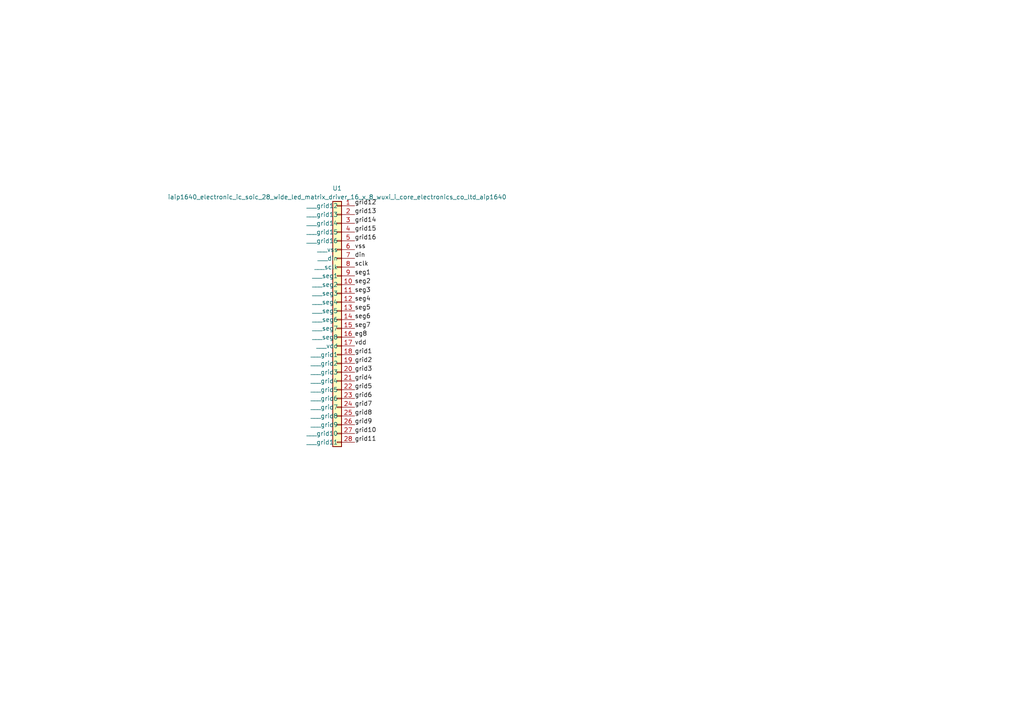
<source format=kicad_sch>
(kicad_sch (version 20230121) (generator eeschema)
  (paper "A4")
  (lib_symbols
    (symbol "oomlout_oomp_kicad_symbols:iaip1640_fe0f02_electronic_ic_soic_28_wide_led_matrix_driver_16_x_8_wuxi_i_core_electronics_co_ltd_aip1640" (pin_names (offset 1.016))
      (property "Reference" "U" (at 0 35.56 0))
      (property "Value" "iaip1640_electronic_ic_soic_28_wide_led_matrix_driver_16_x_8_wuxi_i_core_electronics_co_ltd_aip1640" (at 0 -38.1 0))
      (symbol "iaip1640_fe0f02_electronic_ic_soic_28_wide_led_matrix_driver_16_x_8_wuxi_i_core_electronics_co_ltd_aip1640_1_1"
        (rectangle (start -1.27 -35.433) (end 0 -35.687) (stroke (width 0.1524)))
        (rectangle (start -1.27 -32.893) (end 0 -33.147) (stroke (width 0.1524)))
        (rectangle (start -1.27 -30.353) (end 0 -30.607) (stroke (width 0.1524)))
        (rectangle (start -1.27 -27.813) (end 0 -28.067) (stroke (width 0.1524)))
        (rectangle (start -1.27 -25.273) (end 0 -25.527) (stroke (width 0.1524)))
        (rectangle (start -1.27 -22.733) (end 0 -22.987) (stroke (width 0.1524)))
        (rectangle (start -1.27 -20.193) (end 0 -20.447) (stroke (width 0.1524)))
        (rectangle (start -1.27 -17.653) (end 0 -17.907) (stroke (width 0.1524)))
        (rectangle (start -1.27 -15.113) (end 0 -15.367) (stroke (width 0.1524)))
        (rectangle (start -1.27 -12.573) (end 0 -12.827) (stroke (width 0.1524)))
        (rectangle (start -1.27 -10.033) (end 0 -10.287) (stroke (width 0.1524)))
        (rectangle (start -1.27 -7.493) (end 0 -7.747) (stroke (width 0.1524)))
        (rectangle (start -1.27 -4.953) (end 0 -5.207) (stroke (width 0.1524)))
        (rectangle (start -1.27 -2.413) (end 0 -2.667) (stroke (width 0.1524)))
        (rectangle (start -1.27 0.127) (end 0 -0.127) (stroke (width 0.1524)))
        (rectangle (start -1.27 2.667) (end 0 2.413) (stroke (width 0.1524)))
        (rectangle (start -1.27 5.207) (end 0 4.953) (stroke (width 0.1524)))
        (rectangle (start -1.27 7.747) (end 0 7.493) (stroke (width 0.1524)))
        (rectangle (start -1.27 10.287) (end 0 10.033) (stroke (width 0.1524)))
        (rectangle (start -1.27 12.827) (end 0 12.573) (stroke (width 0.1524)))
        (rectangle (start -1.27 15.367) (end 0 15.113) (stroke (width 0.1524)))
        (rectangle (start -1.27 17.907) (end 0 17.653) (stroke (width 0.1524)))
        (rectangle (start -1.27 20.447) (end 0 20.193) (stroke (width 0.1524)))
        (rectangle (start -1.27 22.987) (end 0 22.733) (stroke (width 0.1524)))
        (rectangle (start -1.27 25.527) (end 0 25.273) (stroke (width 0.1524)))
        (rectangle (start -1.27 28.067) (end 0 27.813) (stroke (width 0.1524)))
        (rectangle (start -1.27 30.607) (end 0 30.353) (stroke (width 0.1524)))
        (rectangle (start -1.27 33.147) (end 0 32.893) (stroke (width 0.1524)))
        (rectangle (start -1.27 34.29) (end 1.27 -36.83) (stroke (width 0.254)) (fill (type background)))
        (pin passive line (at -5.08 33.02 0) (length 3.81) (name "___grid12") (number "1"))
        (pin passive line (at -5.08 10.16 0) (length 3.81) (name "___seg2") (number "10"))
        (pin passive line (at -5.08 7.62 0) (length 3.81) (name "___seg3") (number "11"))
        (pin passive line (at -5.08 5.08 0) (length 3.81) (name "___seg4") (number "12"))
        (pin passive line (at -5.08 2.54 0) (length 3.81) (name "___seg5") (number "13"))
        (pin passive line (at -5.08 0 0) (length 3.81) (name "___seg6") (number "14"))
        (pin passive line (at -5.08 -2.54 0) (length 3.81) (name "___seg7") (number "15"))
        (pin passive line (at -5.08 -5.08 0) (length 3.81) (name "___seg8") (number "16"))
        (pin passive line (at -5.08 -7.62 0) (length 3.81) (name "___vdd") (number "17"))
        (pin passive line (at -5.08 -10.16 0) (length 3.81) (name "___grid1") (number "18"))
        (pin passive line (at -5.08 -12.7 0) (length 3.81) (name "___grid2") (number "19"))
        (pin passive line (at -5.08 30.48 0) (length 3.81) (name "___grid13") (number "2"))
        (pin passive line (at -5.08 -15.24 0) (length 3.81) (name "___grid3") (number "20"))
        (pin passive line (at -5.08 -17.78 0) (length 3.81) (name "___grid4") (number "21"))
        (pin passive line (at -5.08 -20.32 0) (length 3.81) (name "___grid5") (number "22"))
        (pin passive line (at -5.08 -22.86 0) (length 3.81) (name "___grid6") (number "23"))
        (pin passive line (at -5.08 -25.4 0) (length 3.81) (name "___grid7") (number "24"))
        (pin passive line (at -5.08 -27.94 0) (length 3.81) (name "___grid8") (number "25"))
        (pin passive line (at -5.08 -30.48 0) (length 3.81) (name "___grid9") (number "26"))
        (pin passive line (at -5.08 -33.02 0) (length 3.81) (name "___grid10") (number "27"))
        (pin passive line (at -5.08 -35.56 0) (length 3.81) (name "___grid11") (number "28"))
        (pin passive line (at -5.08 27.94 0) (length 3.81) (name "___grid14") (number "3"))
        (pin passive line (at -5.08 25.4 0) (length 3.81) (name "___grid15") (number "4"))
        (pin passive line (at -5.08 22.86 0) (length 3.81) (name "___grid16") (number "5"))
        (pin passive line (at -5.08 20.32 0) (length 3.81) (name "___vss") (number "6"))
        (pin passive line (at -5.08 17.78 0) (length 3.81) (name "___din") (number "7"))
        (pin passive line (at -5.08 15.24 0) (length 3.81) (name "___sclk") (number "8"))
        (pin passive line (at -5.08 12.7 0) (length 3.81) (name "___seg1") (number "9"))
      )
    )
  )
  (label "grid14" (at 102.87 64.77 0))
  (label "seg3" (at 102.87 85.09 0))
  (label "seg4" (at 102.87 87.63 0))
  (label "grid15" (at 102.87 67.31 0))
  (label "sclk" (at 102.87 77.47 0))
  (label "grid12" (at 102.87 59.69 0))
  (label "grid10" (at 102.87 125.73 0))
  (label "grid8" (at 102.87 120.65 0))
  (label "vss" (at 102.87 72.39 0))
  (label "seg2" (at 102.87 82.55 0))
  (label "grid3" (at 102.87 107.95 0))
  (label "seg1" (at 102.87 80.01 0))
  (label "din" (at 102.87 74.93 0))
  (label "grid4" (at 102.87 110.49 0))
  (label "eg8" (at 102.87 97.79 0))
  (label "seg7" (at 102.87 95.25 0))
  (label "grid7" (at 102.87 118.11 0))
  (label "grid2" (at 102.87 105.41 0))
  (label "grid13" (at 102.87 62.23 0))
  (label "grid1" (at 102.87 102.87 0))
  (label "seg6" (at 102.87 92.71 0))
  (label "grid5" (at 102.87 113.03 0))
  (label "seg5" (at 102.87 90.17 0))
  (label "grid6" (at 102.87 115.57 0))
  (label "grid11" (at 102.87 128.27 0))
  (label "grid16" (at 102.87 69.85 0))
  (label "vdd" (at 102.87 100.33 0))
  (label "grid9" (at 102.87 123.19 0))
  (symbol (lib_id "oomlout_oomp_kicad_symbols:iaip1640_fe0f02_electronic_ic_soic_28_wide_led_matrix_driver_16_x_8_wuxi_i_core_electronics_co_ltd_aip1640") (at 97.79 92.71 0) (mirror y) (unit 1)
    (property "Reference" "U1" (at 97.79 54.61 0))
    (property "Value" "iaip1640_electronic_ic_soic_28_wide_led_matrix_driver_16_x_8_wuxi_i_core_electronics_co_ltd_aip1640" (at 97.79 57.15 0))
    (property "Footprint" "iaip1640_fe0f02_electronic_ic_soic_28_wide_led_matrix_driver_16_x_8_wuxi_i_core_electronics_co_ltd_aip1640" (effects hide))
    (property "Datasheet" "https://github.com/oomlout/oomlout_oomp_v3/parts/electronic_ic_soic_28_wide_led_matrix_driver_16_x_8_wuxi_i_core_electronics_co_ltd_aip1640/datasheet.pdf" (effects hide))
  )
)
</source>
